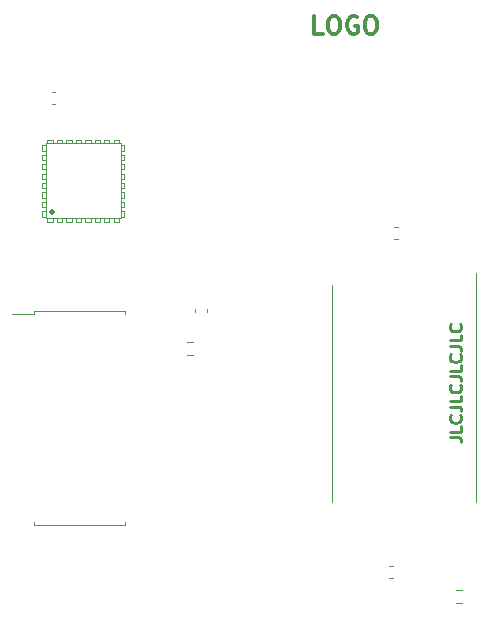
<source format=gbr>
%TF.GenerationSoftware,KiCad,Pcbnew,(6.0.2)*%
%TF.CreationDate,2022-03-20T11:28:52+00:00*%
%TF.ProjectId,Gameboy MBC5 Cart + FRAM,47616d65-626f-4792-904d-424335204361,rev?*%
%TF.SameCoordinates,Original*%
%TF.FileFunction,Legend,Top*%
%TF.FilePolarity,Positive*%
%FSLAX46Y46*%
G04 Gerber Fmt 4.6, Leading zero omitted, Abs format (unit mm)*
G04 Created by KiCad (PCBNEW (6.0.2)) date 2022-03-20 11:28:52*
%MOMM*%
%LPD*%
G01*
G04 APERTURE LIST*
%ADD10C,0.250000*%
%ADD11C,0.300000*%
%ADD12C,0.120000*%
%ADD13C,0.100000*%
%ADD14C,0.010000*%
%ADD15C,0.500000*%
G04 APERTURE END LIST*
D10*
X162552380Y-103019047D02*
X163266666Y-103019047D01*
X163409523Y-103066666D01*
X163504761Y-103161904D01*
X163552380Y-103304761D01*
X163552380Y-103400000D01*
X163552380Y-102066666D02*
X163552380Y-102542857D01*
X162552380Y-102542857D01*
X163457142Y-101161904D02*
X163504761Y-101209523D01*
X163552380Y-101352380D01*
X163552380Y-101447619D01*
X163504761Y-101590476D01*
X163409523Y-101685714D01*
X163314285Y-101733333D01*
X163123809Y-101780952D01*
X162980952Y-101780952D01*
X162790476Y-101733333D01*
X162695238Y-101685714D01*
X162600000Y-101590476D01*
X162552380Y-101447619D01*
X162552380Y-101352380D01*
X162600000Y-101209523D01*
X162647619Y-101161904D01*
X162552380Y-100447619D02*
X163266666Y-100447619D01*
X163409523Y-100495238D01*
X163504761Y-100590476D01*
X163552380Y-100733333D01*
X163552380Y-100828571D01*
X163552380Y-99495238D02*
X163552380Y-99971428D01*
X162552380Y-99971428D01*
X163457142Y-98590476D02*
X163504761Y-98638095D01*
X163552380Y-98780952D01*
X163552380Y-98876190D01*
X163504761Y-99019047D01*
X163409523Y-99114285D01*
X163314285Y-99161904D01*
X163123809Y-99209523D01*
X162980952Y-99209523D01*
X162790476Y-99161904D01*
X162695238Y-99114285D01*
X162600000Y-99019047D01*
X162552380Y-98876190D01*
X162552380Y-98780952D01*
X162600000Y-98638095D01*
X162647619Y-98590476D01*
X162552380Y-97876190D02*
X163266666Y-97876190D01*
X163409523Y-97923809D01*
X163504761Y-98019047D01*
X163552380Y-98161904D01*
X163552380Y-98257142D01*
X163552380Y-96923809D02*
X163552380Y-97400000D01*
X162552380Y-97400000D01*
X163457142Y-96019047D02*
X163504761Y-96066666D01*
X163552380Y-96209523D01*
X163552380Y-96304761D01*
X163504761Y-96447619D01*
X163409523Y-96542857D01*
X163314285Y-96590476D01*
X163123809Y-96638095D01*
X162980952Y-96638095D01*
X162790476Y-96590476D01*
X162695238Y-96542857D01*
X162600000Y-96447619D01*
X162552380Y-96304761D01*
X162552380Y-96209523D01*
X162600000Y-96066666D01*
X162647619Y-96019047D01*
X162552380Y-95304761D02*
X163266666Y-95304761D01*
X163409523Y-95352380D01*
X163504761Y-95447619D01*
X163552380Y-95590476D01*
X163552380Y-95685714D01*
X163552380Y-94352380D02*
X163552380Y-94828571D01*
X162552380Y-94828571D01*
X163457142Y-93447619D02*
X163504761Y-93495238D01*
X163552380Y-93638095D01*
X163552380Y-93733333D01*
X163504761Y-93876190D01*
X163409523Y-93971428D01*
X163314285Y-94019047D01*
X163123809Y-94066666D01*
X162980952Y-94066666D01*
X162790476Y-94019047D01*
X162695238Y-93971428D01*
X162600000Y-93876190D01*
X162552380Y-93733333D01*
X162552380Y-93638095D01*
X162600000Y-93495238D01*
X162647619Y-93447619D01*
D11*
%TO.C,LOGO*%
X151813142Y-68889428D02*
X151087428Y-68889428D01*
X151087428Y-67365428D01*
X152611428Y-67365428D02*
X152901714Y-67365428D01*
X153046857Y-67438000D01*
X153192000Y-67583142D01*
X153264571Y-67873428D01*
X153264571Y-68381428D01*
X153192000Y-68671714D01*
X153046857Y-68816857D01*
X152901714Y-68889428D01*
X152611428Y-68889428D01*
X152466285Y-68816857D01*
X152321142Y-68671714D01*
X152248571Y-68381428D01*
X152248571Y-67873428D01*
X152321142Y-67583142D01*
X152466285Y-67438000D01*
X152611428Y-67365428D01*
X154716000Y-67438000D02*
X154570857Y-67365428D01*
X154353142Y-67365428D01*
X154135428Y-67438000D01*
X153990285Y-67583142D01*
X153917714Y-67728285D01*
X153845142Y-68018571D01*
X153845142Y-68236285D01*
X153917714Y-68526571D01*
X153990285Y-68671714D01*
X154135428Y-68816857D01*
X154353142Y-68889428D01*
X154498285Y-68889428D01*
X154716000Y-68816857D01*
X154788571Y-68744285D01*
X154788571Y-68236285D01*
X154498285Y-68236285D01*
X155732000Y-67365428D02*
X156022285Y-67365428D01*
X156167428Y-67438000D01*
X156312571Y-67583142D01*
X156385142Y-67873428D01*
X156385142Y-68381428D01*
X156312571Y-68671714D01*
X156167428Y-68816857D01*
X156022285Y-68889428D01*
X155732000Y-68889428D01*
X155586857Y-68816857D01*
X155441714Y-68671714D01*
X155369142Y-68381428D01*
X155369142Y-67873428D01*
X155441714Y-67583142D01*
X155586857Y-67438000D01*
X155732000Y-67365428D01*
D12*
%TO.C,C3*%
X157746267Y-113890000D02*
X157453733Y-113890000D01*
X157746267Y-114910000D02*
X157453733Y-114910000D01*
%TO.C,U1*%
X131200000Y-92340000D02*
X135060000Y-92340000D01*
X131200000Y-110460000D02*
X127340000Y-110460000D01*
X131200000Y-92340000D02*
X127340000Y-92340000D01*
X127340000Y-92340000D02*
X127340000Y-92585000D01*
X135060000Y-92340000D02*
X135060000Y-92585000D01*
X135060000Y-110460000D02*
X135060000Y-110215000D01*
X131200000Y-110460000D02*
X135060000Y-110460000D01*
X127340000Y-92585000D02*
X125525000Y-92585000D01*
X127340000Y-110460000D02*
X127340000Y-110215000D01*
%TO.C,C2*%
X142010000Y-92446267D02*
X142010000Y-92153733D01*
X140990000Y-92446267D02*
X140990000Y-92153733D01*
%TO.C,C1*%
X128853733Y-74810000D02*
X129146267Y-74810000D01*
X128853733Y-73790000D02*
X129146267Y-73790000D01*
D13*
%TO.C,U3*%
X164820000Y-108500000D02*
X164820000Y-89100000D01*
D12*
X152580000Y-90100000D02*
X152580000Y-108500000D01*
%TO.C,R2*%
X163554724Y-115977500D02*
X163045276Y-115977500D01*
X163554724Y-117022500D02*
X163045276Y-117022500D01*
%TO.C,C4*%
X158146267Y-85190000D02*
X157853733Y-85190000D01*
X158146267Y-86210000D02*
X157853733Y-86210000D01*
%TO.C,R1*%
X140854724Y-96022500D02*
X140345276Y-96022500D01*
X140854724Y-94977500D02*
X140345276Y-94977500D01*
D14*
%TO.C,U2*%
X134700000Y-84500000D02*
X134700000Y-78150000D01*
X130100000Y-77830000D02*
X130550000Y-77830000D01*
X134880000Y-81500000D02*
X134700000Y-81500000D01*
X130550000Y-84680000D02*
X130550000Y-84500000D01*
X134880000Y-83100000D02*
X135020000Y-83100000D01*
X128170000Y-78750000D02*
X128030000Y-78750000D01*
X128030000Y-78750000D02*
X128030000Y-78300000D01*
X133750000Y-84680000D02*
X133750000Y-84500000D01*
X132500000Y-77970000D02*
X132500000Y-77830000D01*
X128350000Y-78149940D02*
X128350000Y-84500007D01*
X128950000Y-84680000D02*
X128950000Y-84500000D01*
X128170000Y-82750000D02*
X128350000Y-82750000D01*
X133750000Y-84820000D02*
X133300000Y-84820000D01*
X128030000Y-80350000D02*
X128030000Y-79900000D01*
X128030000Y-83900000D02*
X128030000Y-84350000D01*
X131700000Y-77970000D02*
X131700000Y-78150000D01*
X128030000Y-83550000D02*
X128030000Y-83100000D01*
X128030000Y-83100000D02*
X128350000Y-83100000D01*
X128950000Y-84820000D02*
X128500000Y-84820000D01*
X134880000Y-79100000D02*
X134700000Y-79100000D01*
X135020000Y-80350000D02*
X134700000Y-80350000D01*
X128170000Y-81150000D02*
X128030000Y-81150000D01*
X134880000Y-83900000D02*
X134700000Y-83900000D01*
X128950000Y-77830000D02*
X128950000Y-78150000D01*
X128170000Y-83550000D02*
X128030000Y-83550000D01*
X128170000Y-79550000D02*
X128030000Y-79550000D01*
X128170000Y-81950000D02*
X128030000Y-81950000D01*
X128950000Y-84680000D02*
X128950000Y-84820000D01*
X128170000Y-80350000D02*
X128350000Y-80350000D01*
X135020000Y-79100000D02*
X135020000Y-79550000D01*
X128500000Y-78150000D02*
X128500000Y-77830000D01*
X134880000Y-81500000D02*
X135020000Y-81500000D01*
X135020000Y-81950000D02*
X134700000Y-81950000D01*
X135020000Y-79550000D02*
X134700000Y-79550000D01*
X132150000Y-84820000D02*
X131700000Y-84820000D01*
X130900000Y-84820000D02*
X130900000Y-84500000D01*
X135020000Y-84350000D02*
X134700000Y-84350000D01*
X134100000Y-77830000D02*
X134550000Y-77830000D01*
X128170000Y-80350000D02*
X128030000Y-80350000D01*
X132500000Y-77970000D02*
X132500000Y-78150000D01*
X129300000Y-84820000D02*
X129300000Y-84500000D01*
X130900000Y-77970000D02*
X130900000Y-78150000D01*
X134880000Y-79100000D02*
X135020000Y-79100000D01*
X132500000Y-84820000D02*
X132500000Y-84500000D01*
X134100000Y-77970000D02*
X134100000Y-78150000D01*
X130900000Y-77830000D02*
X131350000Y-77830000D01*
X128170000Y-78750000D02*
X128350000Y-78750000D01*
X131350000Y-84820000D02*
X130900000Y-84820000D01*
X131350000Y-84680000D02*
X131350000Y-84500000D01*
X130550000Y-84820000D02*
X130100000Y-84820000D01*
X134880000Y-83100000D02*
X134700000Y-83100000D01*
X128030000Y-81150000D02*
X128030000Y-80700000D01*
X133300000Y-77970000D02*
X133300000Y-78150000D01*
X132950000Y-84680000D02*
X132950000Y-84820000D01*
X132950000Y-84680000D02*
X132950000Y-84500000D01*
X135020000Y-83900000D02*
X135020000Y-84350000D01*
X133300000Y-77830000D02*
X133750000Y-77830000D01*
X134880000Y-82300000D02*
X134700000Y-82300000D01*
X128030000Y-79100000D02*
X128350000Y-79100000D01*
X131700000Y-77830000D02*
X132150000Y-77830000D01*
X130100000Y-77970000D02*
X130100000Y-78150000D01*
X135020000Y-78750000D02*
X135020000Y-78300000D01*
X128030000Y-81500000D02*
X128350000Y-81500000D01*
X135020000Y-78750000D02*
X134700000Y-78750000D01*
X134700007Y-78150000D02*
X128350000Y-78150000D01*
X130550000Y-84680000D02*
X130550000Y-84820000D01*
X128170000Y-79550000D02*
X128350000Y-79550000D01*
X134880000Y-79900000D02*
X134700000Y-79900000D01*
X131700000Y-77970000D02*
X131700000Y-77830000D01*
X133300000Y-84820000D02*
X133300000Y-84500000D01*
X134880000Y-80700000D02*
X134700000Y-80700000D01*
X129300000Y-77830000D02*
X129750000Y-77830000D01*
X130100000Y-77970000D02*
X130100000Y-77830000D01*
X128350000Y-84350000D02*
X128030000Y-84350000D01*
X128030000Y-80700000D02*
X128350000Y-80700000D01*
X128030000Y-78300000D02*
X128350000Y-78300000D01*
X129750000Y-77830000D02*
X129750000Y-78150000D01*
X134880000Y-79900000D02*
X135020000Y-79900000D01*
X129750000Y-84680000D02*
X129750000Y-84820000D01*
X133300000Y-77970000D02*
X133300000Y-77830000D01*
X132500000Y-77830000D02*
X132950000Y-77830000D01*
X129300000Y-77970000D02*
X129300000Y-78150000D01*
X135020000Y-81500000D02*
X135020000Y-81950000D01*
X128030000Y-79550000D02*
X128030000Y-79100000D01*
X135020000Y-82300000D02*
X135020000Y-82750000D01*
X128030000Y-79900000D02*
X128350000Y-79900000D01*
X128500000Y-84820000D02*
X128500000Y-84500000D01*
X135020000Y-83550000D02*
X134700000Y-83550000D01*
X132150000Y-84680000D02*
X132150000Y-84500000D01*
X135020000Y-80700000D02*
X135020000Y-81150000D01*
X132950000Y-84820000D02*
X132500000Y-84820000D01*
X128030000Y-81950000D02*
X128030000Y-81500000D01*
X134100000Y-84820000D02*
X134100000Y-84500000D01*
X129750000Y-84680000D02*
X129750000Y-84500000D01*
X135020000Y-79900000D02*
X135020000Y-80350000D01*
X131350000Y-84680000D02*
X131350000Y-84820000D01*
X131700000Y-84820000D02*
X131700000Y-84500000D01*
X128030000Y-82300000D02*
X128350000Y-82300000D01*
X132150000Y-84680000D02*
X132150000Y-84820000D01*
X129750000Y-84820000D02*
X129300000Y-84820000D01*
X133750000Y-84680000D02*
X133750000Y-84820000D01*
X135020000Y-81150000D02*
X134700000Y-81150000D01*
X134100000Y-77970000D02*
X134100000Y-77830000D01*
X134550000Y-77830000D02*
X134550000Y-78150000D01*
X128030000Y-83900000D02*
X128350000Y-83900000D01*
X131350000Y-77830000D02*
X131350000Y-78150000D01*
X132950000Y-77830000D02*
X132950000Y-78150000D01*
X129300000Y-77970000D02*
X129300000Y-77830000D01*
X128030000Y-82750000D02*
X128030000Y-82300000D01*
X134100000Y-84820000D02*
X134550000Y-84820000D01*
X132150000Y-77830000D02*
X132150000Y-78150000D01*
X128950000Y-77830000D02*
X128500000Y-77830000D01*
X134880000Y-80700000D02*
X135020000Y-80700000D01*
X133750000Y-77830000D02*
X133750000Y-78150000D01*
X128170000Y-81950000D02*
X128350000Y-81950000D01*
X134700000Y-78300000D02*
X135020000Y-78300000D01*
X135020000Y-83100000D02*
X135020000Y-83550000D01*
X134880000Y-83900000D02*
X135020000Y-83900000D01*
X130100000Y-84820000D02*
X130100000Y-84500000D01*
X135020000Y-82750000D02*
X134700000Y-82750000D01*
X130900000Y-77970000D02*
X130900000Y-77830000D01*
X128170000Y-82750000D02*
X128030000Y-82750000D01*
X134880000Y-82300000D02*
X135020000Y-82300000D01*
X130550000Y-77830000D02*
X130550000Y-78150000D01*
X128170000Y-83550000D02*
X128350000Y-83550000D01*
X128350000Y-84500000D02*
X134700000Y-84500000D01*
X128170000Y-81150000D02*
X128350000Y-81150000D01*
X134550000Y-84500000D02*
X134550000Y-84820000D01*
D15*
X128905000Y-83950000D02*
G75*
G03*
X128905000Y-83950000I0J0D01*
G01*
%TD*%
M02*

</source>
